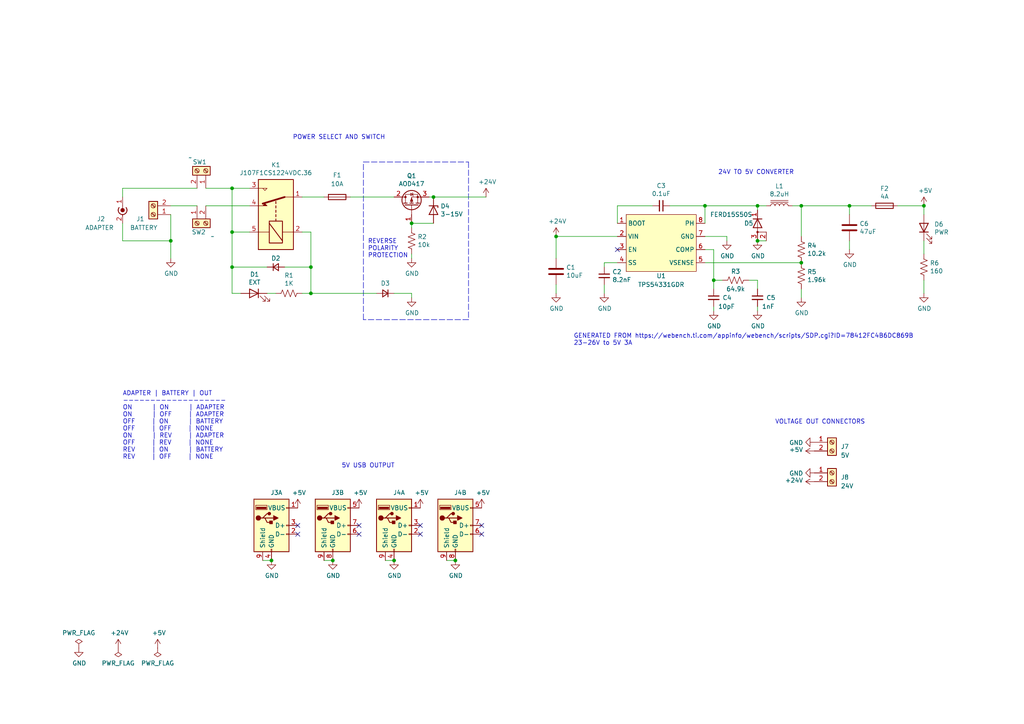
<source format=kicad_sch>
(kicad_sch (version 20211123) (generator eeschema)
  (paper "A4")
  (lib_symbols
    (symbol "Connector:Conn_Coaxial_Power" (pin_names (offset 1.016) hide)
      (property "Reference" "J" (at -5.08 -1.27 90))
      (property "Value" "Connector_Conn_Coaxial_Power" (at -3.175 -1.27 90))
      (symbol "Conn_Coaxial_Power_0_1"
        (arc (start -1.27 -1.27) (mid 0 -2.54) (end 1.27 -1.27) (stroke (width 0.254)))
        (arc (start -1.016 -0.508) (mid -1.2048 -0.8684) (end -1.27 -1.27) (stroke (width 0.254)))
        (circle (center 0 -1.27) (radius 0.508) (stroke (width 0.2032)) (fill (type outline)))
        (polyline (pts (xy 0 -2.54) (xy 0 -3.048)))
        (polyline (pts (xy 0 0) (xy 0 -1.27)))
        (arc (start 1.27 -1.27) (mid 1.2048 -0.8684) (end 1.016 -0.508) (stroke (width 0.254)))
      )
      (symbol "Conn_Coaxial_Power_1_1"
        (pin passive line (at 0 2.54 270) (length 2.54) (name "In") (number "1"))
        (pin passive line (at 0 -5.08 90) (length 2.54) (name "Ext") (number "2"))
      )
    )
    (symbol "Connector:Screw_Terminal_01x02" (pin_names (offset 1.016) hide)
      (property "Reference" "J" (at 0 2.54 0))
      (property "Value" "Connector_Screw_Terminal_01x02" (at 0 -5.08 0))
      (symbol "Screw_Terminal_01x02_1_1"
        (rectangle (start -1.27 1.27) (end 1.27 -3.81) (stroke (width 0.254)) (fill (type background)))
        (circle (center 0 -2.54) (radius 0.635) (stroke (width 0.1524)))
        (polyline (pts (xy -0.5334 -2.2098) (xy 0.3302 -3.048)) (stroke (width 0.1524)))
        (polyline (pts (xy -0.5334 0.3302) (xy 0.3302 -0.508)) (stroke (width 0.1524)))
        (polyline (pts (xy -0.3556 -2.032) (xy 0.508 -2.8702)) (stroke (width 0.1524)))
        (polyline (pts (xy -0.3556 0.508) (xy 0.508 -0.3302)) (stroke (width 0.1524)))
        (circle (center 0 0) (radius 0.635) (stroke (width 0.1524)))
        (pin passive line (at -5.08 0 0) (length 3.81) (name "Pin_1") (number "1"))
        (pin passive line (at -5.08 -2.54 0) (length 3.81) (name "Pin_2") (number "2"))
      )
    )
    (symbol "Device:C" (pin_numbers hide) (pin_names (offset 0.254))
      (property "Reference" "C" (at 0.635 2.54 0))
      (property "Value" "Device_C" (at 0.635 -2.54 0))
      (symbol "C_0_1"
        (polyline (pts (xy -2.032 -0.762) (xy 2.032 -0.762)) (stroke (width 0.508)))
        (polyline (pts (xy -2.032 0.762) (xy 2.032 0.762)) (stroke (width 0.508)))
      )
      (symbol "C_1_1"
        (pin passive line (at 0 3.81 270) (length 2.794) (name "~") (number "1"))
        (pin passive line (at 0 -3.81 90) (length 2.794) (name "~") (number "2"))
      )
    )
    (symbol "Device:C_Small" (pin_numbers hide) (pin_names (offset 0.254) hide)
      (property "Reference" "C" (at 0.254 1.778 0))
      (property "Value" "Device_C_Small" (at 0.254 -2.032 0))
      (symbol "C_Small_0_1"
        (polyline (pts (xy -1.524 -0.508) (xy 1.524 -0.508)) (stroke (width 0.3302)))
        (polyline (pts (xy -1.524 0.508) (xy 1.524 0.508)) (stroke (width 0.3048)))
      )
      (symbol "C_Small_1_1"
        (pin passive line (at 0 2.54 270) (length 2.032) (name "~") (number "1"))
        (pin passive line (at 0 -2.54 90) (length 2.032) (name "~") (number "2"))
      )
    )
    (symbol "Device:D_KAA" (pin_names (offset 0) hide)
      (property "Reference" "D" (at 0 2.54 0))
      (property "Value" "Device_D_KAA" (at 0 -2.54 0))
      (symbol "D_KAA_0_1"
        (polyline (pts (xy -1.27 1.27) (xy -1.27 -1.27)) (stroke (width 0.254)))
        (polyline (pts (xy 1.27 1.27) (xy 1.27 -1.27) (xy -1.27 0) (xy 1.27 1.27)) (stroke (width 0.254)))
        (polyline (pts (xy 3.81 2.54) (xy 2.54 2.54) (xy 2.54 0) (xy -1.27 0)))
        (circle (center 2.54 0) (radius 0.254) (fill (type outline)))
      )
      (symbol "D_KAA_1_1"
        (pin passive line (at -3.81 0 0) (length 2.54) (name "K") (number "1"))
        (pin input line (at 5.08 2.54 180) (length 2.54) (name "A") (number "2"))
        (pin passive line (at 5.08 0 180) (length 2.54) (name "A") (number "3"))
      )
    )
    (symbol "Device:D_Small" (pin_numbers hide) (pin_names (offset 0.254) hide)
      (property "Reference" "D" (at -1.27 2.032 0))
      (property "Value" "Device_D_Small" (at -3.81 -2.032 0))
      (symbol "D_Small_0_1"
        (polyline (pts (xy -0.762 -1.016) (xy -0.762 1.016)) (stroke (width 0.254)))
        (polyline (pts (xy -0.762 0) (xy 0.762 0)))
        (polyline (pts (xy 0.762 -1.016) (xy -0.762 0) (xy 0.762 1.016) (xy 0.762 -1.016)) (stroke (width 0.254)))
      )
      (symbol "D_Small_1_1"
        (pin passive line (at -2.54 0 0) (length 1.778) (name "K") (number "1"))
        (pin passive line (at 2.54 0 180) (length 1.778) (name "A") (number "2"))
      )
    )
    (symbol "Device:D_Zener" (pin_numbers hide) (pin_names (offset 1.016) hide)
      (property "Reference" "D" (at 0 2.54 0))
      (property "Value" "Device_D_Zener" (at 0 -2.54 0))
      (symbol "D_Zener_0_1"
        (polyline (pts (xy 1.27 0) (xy -1.27 0)))
        (polyline (pts (xy -1.27 -1.27) (xy -1.27 1.27) (xy -0.762 1.27)) (stroke (width 0.254)))
        (polyline (pts (xy 1.27 -1.27) (xy 1.27 1.27) (xy -1.27 0) (xy 1.27 -1.27)) (stroke (width 0.254)))
      )
      (symbol "D_Zener_1_1"
        (pin passive line (at -3.81 0 0) (length 2.54) (name "K") (number "1"))
        (pin passive line (at 3.81 0 180) (length 2.54) (name "A") (number "2"))
      )
    )
    (symbol "Device:Fuse" (pin_numbers hide) (pin_names (offset 0))
      (property "Reference" "F" (at 2.032 0 90))
      (property "Value" "Device_Fuse" (at -1.905 0 90))
      (symbol "Fuse_0_1"
        (rectangle (start -0.762 -2.54) (end 0.762 2.54) (stroke (width 0.254)))
        (polyline (pts (xy 0 2.54) (xy 0 -2.54)))
      )
      (symbol "Fuse_1_1"
        (pin passive line (at 0 3.81 270) (length 1.27) (name "~") (number "1"))
        (pin passive line (at 0 -3.81 90) (length 1.27) (name "~") (number "2"))
      )
    )
    (symbol "Device:LED" (pin_numbers hide) (pin_names (offset 1.016) hide)
      (property "Reference" "D" (at 0 2.54 0))
      (property "Value" "Device_LED" (at 0 -2.54 0))
      (symbol "LED_0_1"
        (polyline (pts (xy -1.27 -1.27) (xy -1.27 1.27)) (stroke (width 0.254)))
        (polyline (pts (xy -1.27 0) (xy 1.27 0)))
        (polyline (pts (xy 1.27 -1.27) (xy 1.27 1.27) (xy -1.27 0) (xy 1.27 -1.27)) (stroke (width 0.254)))
        (polyline (pts (xy -3.048 -0.762) (xy -4.572 -2.286) (xy -3.81 -2.286) (xy -4.572 -2.286) (xy -4.572 -1.524)))
        (polyline (pts (xy -1.778 -0.762) (xy -3.302 -2.286) (xy -2.54 -2.286) (xy -3.302 -2.286) (xy -3.302 -1.524)))
      )
      (symbol "LED_1_1"
        (pin passive line (at -3.81 0 0) (length 2.54) (name "K") (number "1"))
        (pin passive line (at 3.81 0 180) (length 2.54) (name "A") (number "2"))
      )
    )
    (symbol "Device:L_Core_Iron" (pin_numbers hide) (pin_names (offset 1.016) hide)
      (property "Reference" "L" (at -1.27 0 90))
      (property "Value" "Device_L_Core_Iron" (at 2.794 0 90))
      (symbol "L_Core_Iron_0_1"
        (arc (start 0 -2.54) (mid 0.635 -1.905) (end 0 -1.27))
        (arc (start 0 -1.27) (mid 0.635 -0.635) (end 0 0))
        (polyline (pts (xy 1.016 2.54) (xy 1.016 -2.54)))
        (polyline (pts (xy 1.524 -2.54) (xy 1.524 2.54)))
        (arc (start 0 0) (mid 0.635 0.635) (end 0 1.27))
        (arc (start 0 1.27) (mid 0.635 1.905) (end 0 2.54))
      )
      (symbol "L_Core_Iron_1_1"
        (pin passive line (at 0 3.81 270) (length 1.27) (name "1") (number "1"))
        (pin passive line (at 0 -3.81 90) (length 1.27) (name "2") (number "2"))
      )
    )
    (symbol "Device:R_US" (pin_numbers hide) (pin_names (offset 0))
      (property "Reference" "R" (at 2.54 0 90))
      (property "Value" "Device_R_US" (at -2.54 0 90))
      (symbol "R_US_0_1"
        (polyline (pts (xy 0 -2.286) (xy 0 -2.54)))
        (polyline (pts (xy 0 2.286) (xy 0 2.54)))
        (polyline (pts (xy 0 -0.762) (xy 1.016 -1.143) (xy 0 -1.524) (xy -1.016 -1.905) (xy 0 -2.286)))
        (polyline (pts (xy 0 0.762) (xy 1.016 0.381) (xy 0 0) (xy -1.016 -0.381) (xy 0 -0.762)))
        (polyline (pts (xy 0 2.286) (xy 1.016 1.905) (xy 0 1.524) (xy -1.016 1.143) (xy 0 0.762)))
      )
      (symbol "R_US_1_1"
        (pin passive line (at 0 3.81 270) (length 1.27) (name "~") (number "1"))
        (pin passive line (at 0 -3.81 90) (length 1.27) (name "~") (number "2"))
      )
    )
    (symbol "Relay:G5LE-1"
      (property "Reference" "K" (at 11.43 3.81 0))
      (property "Value" "Relay_G5LE-1" (at 11.43 1.27 0))
      (symbol "G5LE-1_0_0"
        (polyline (pts (xy 7.62 5.08) (xy 7.62 2.54) (xy 6.985 3.175) (xy 7.62 3.81)))
      )
      (symbol "G5LE-1_0_1"
        (rectangle (start -10.16 5.08) (end 10.16 -5.08) (stroke (width 0.254)) (fill (type background)))
        (rectangle (start -8.255 1.905) (end -1.905 -1.905) (stroke (width 0.254)))
        (polyline (pts (xy -7.62 -1.905) (xy -2.54 1.905)) (stroke (width 0.254)))
        (polyline (pts (xy -5.08 -5.08) (xy -5.08 -1.905)))
        (polyline (pts (xy -5.08 5.08) (xy -5.08 1.905)))
        (polyline (pts (xy -1.905 0) (xy -1.27 0)) (stroke (width 0.254)))
        (polyline (pts (xy -0.635 0) (xy 0 0)) (stroke (width 0.254)))
        (polyline (pts (xy 0.635 0) (xy 1.27 0)) (stroke (width 0.254)))
        (polyline (pts (xy 1.905 0) (xy 2.54 0)) (stroke (width 0.254)))
        (polyline (pts (xy 3.175 0) (xy 3.81 0)) (stroke (width 0.254)))
        (polyline (pts (xy 5.08 -2.54) (xy 3.175 3.81)) (stroke (width 0.508)))
        (polyline (pts (xy 5.08 -2.54) (xy 5.08 -5.08)))
        (polyline (pts (xy 2.54 5.08) (xy 2.54 2.54) (xy 3.175 3.175) (xy 2.54 3.81)) (fill (type outline)))
      )
      (symbol "G5LE-1_1_1"
        (pin passive line (at 5.08 -7.62 90) (length 2.54) (name "~") (number "1"))
        (pin passive line (at -5.08 -7.62 90) (length 2.54) (name "~") (number "2"))
        (pin passive line (at 7.62 7.62 270) (length 2.54) (name "~") (number "3"))
        (pin passive line (at 2.54 7.62 270) (length 2.54) (name "~") (number "4"))
        (pin passive line (at -5.08 7.62 270) (length 2.54) (name "~") (number "5"))
      )
    )
    (symbol "Transistor_FET:QM6015D" (pin_names hide)
      (property "Reference" "Q" (at 5.08 1.905 0))
      (property "Value" "Transistor_FET_QM6015D" (at 5.08 0 0))
      (symbol "QM6015D_0_1"
        (polyline (pts (xy 0.254 0) (xy -2.54 0)))
        (polyline (pts (xy 0.254 1.905) (xy 0.254 -1.905)) (stroke (width 0.254)))
        (polyline (pts (xy 0.762 -1.27) (xy 0.762 -2.286)) (stroke (width 0.254)))
        (polyline (pts (xy 0.762 0.508) (xy 0.762 -0.508)) (stroke (width 0.254)))
        (polyline (pts (xy 0.762 2.286) (xy 0.762 1.27)) (stroke (width 0.254)))
        (polyline (pts (xy 2.54 2.54) (xy 2.54 1.778)))
        (polyline (pts (xy 2.54 -2.54) (xy 2.54 0) (xy 0.762 0)))
        (polyline (pts (xy 0.762 1.778) (xy 3.302 1.778) (xy 3.302 -1.778) (xy 0.762 -1.778)))
        (polyline (pts (xy 2.286 0) (xy 1.27 0.381) (xy 1.27 -0.381) (xy 2.286 0)) (fill (type outline)))
        (polyline (pts (xy 2.794 -0.508) (xy 2.921 -0.381) (xy 3.683 -0.381) (xy 3.81 -0.254)))
        (polyline (pts (xy 3.302 -0.381) (xy 2.921 0.254) (xy 3.683 0.254) (xy 3.302 -0.381)))
        (circle (center 1.651 0) (radius 2.794) (stroke (width 0.254)))
        (circle (center 2.54 -1.778) (radius 0.254) (fill (type outline)))
        (circle (center 2.54 1.778) (radius 0.254) (fill (type outline)))
      )
      (symbol "QM6015D_1_1"
        (pin passive line (at -5.08 0 0) (length 2.54) (name "G") (number "1"))
        (pin passive line (at 2.54 5.08 270) (length 2.54) (name "D") (number "2"))
        (pin passive line (at 2.54 -5.08 90) (length 2.54) (name "S") (number "3"))
      )
    )
    (symbol "power:+24V" (power) (pin_names (offset 0))
      (property "Value" "power_+24V" (at 0 3.556 0))
      (symbol "+24V_0_1"
        (polyline (pts (xy -0.762 1.27) (xy 0 2.54)))
        (polyline (pts (xy 0 0) (xy 0 2.54)))
        (polyline (pts (xy 0 2.54) (xy 0.762 1.27)))
      )
      (symbol "+24V_1_1"
        (pin power_in line (at 0 0 90) (length 0) hide (name "+24V") (number "1"))
      )
    )
    (symbol "power:+5V" (power) (pin_names (offset 0))
      (property "Value" "power_+5V" (at 0 3.556 0))
      (symbol "+5V_0_1"
        (polyline (pts (xy -0.762 1.27) (xy 0 2.54)))
        (polyline (pts (xy 0 0) (xy 0 2.54)))
        (polyline (pts (xy 0 2.54) (xy 0.762 1.27)))
      )
      (symbol "+5V_1_1"
        (pin power_in line (at 0 0 90) (length 0) hide (name "+5V") (number "1"))
      )
    )
    (symbol "power:GND" (power) (pin_names (offset 0))
      (property "Value" "power_GND" (at 0 -3.81 0))
      (symbol "GND_0_1"
        (polyline (pts (xy 0 0) (xy 0 -1.27) (xy 1.27 -1.27) (xy 0 -2.54) (xy -1.27 -1.27) (xy 0 -1.27)))
      )
      (symbol "GND_1_1"
        (pin power_in line (at 0 0 270) (length 0) hide (name "GND") (number "1"))
      )
    )
    (symbol "power:PWR_FLAG" (power) (pin_numbers hide) (pin_names (offset 0) hide)
      (property "Value" "power_PWR_FLAG" (at 0 3.81 0))
      (symbol "PWR_FLAG_0_0"
        (pin power_out line (at 0 0 90) (length 0) (name "pwr") (number "1"))
      )
      (symbol "PWR_FLAG_0_1"
        (polyline (pts (xy 0 0) (xy 0 1.27) (xy -1.016 1.905) (xy 0 2.54) (xy 1.016 1.905) (xy 0 1.27)))
      )
    )
    (symbol "powerbox:TPS54331GDR"
      (property "Reference" "U" (at -8.89 8.89 0))
      (property "Value" "TPS54331GDR" (at 1.27 10.16 0))
      (symbol "TPS54331GDR_0_1"
        (rectangle (start -10.16 7.62) (end 10.16 -8.89) (fill (type background)))
      )
      (symbol "TPS54331GDR_1_1"
        (pin output line (at -12.7 5.08 0) (length 2.54) (name "BOOT") (number "1"))
        (pin power_in line (at -12.7 1.27 0) (length 2.54) (name "VIN") (number "2"))
        (pin input line (at -12.7 -2.54 0) (length 2.54) (name "EN") (number "3"))
        (pin output line (at -12.7 -6.35 0) (length 2.54) (name "SS") (number "4"))
        (pin input line (at 12.7 -6.35 180) (length 2.54) (name "VSENSE") (number "5"))
        (pin output line (at 12.7 -2.54 180) (length 2.54) (name "COMP") (number "6"))
        (pin power_in line (at 12.7 1.27 180) (length 2.54) (name "GND") (number "7"))
        (pin output line (at 12.7 5.08 180) (length 2.54) (name "PH") (number "8"))
      )
    )
    (symbol "powerbox:USB_STACKED" (pin_names (offset 1.016))
      (property "Reference" "J" (at 0 0 0))
      (property "Value" "USB_STACKED" (at 0 0 0))
      (symbol "USB_STACKED_1_1"
        (rectangle (start -5.08 -17.78) (end 5.08 -2.54) (stroke (width 0.254)) (fill (type background)))
        (circle (center -3.81 -8.001) (radius 0.635) (stroke (width 0.254)) (fill (type outline)))
        (rectangle (start -1.524 -5.334) (end -4.318 -4.826) (fill (type outline)))
        (rectangle (start -1.27 -5.588) (end -4.572 -4.318))
        (circle (center -0.635 -6.731) (radius 0.381) (stroke (width 0.254)) (fill (type outline)))
        (rectangle (start -0.127 -17.78) (end 0.127 -17.018))
        (polyline (pts (xy -1.905 -8.001) (xy 0.635 -8.001)) (stroke (width 0.254)))
        (polyline (pts (xy -3.175 -8.001) (xy -2.54 -8.001) (xy -1.27 -6.731) (xy -0.635 -6.731)) (stroke (width 0.254)))
        (polyline (pts (xy -2.54 -8.001) (xy -1.905 -8.001) (xy -1.27 -9.271) (xy 0 -9.271)) (stroke (width 0.254)))
        (polyline (pts (xy 0.635 -7.366) (xy 0.635 -8.636) (xy 1.905 -8.001) (xy 0.635 -7.366)) (stroke (width 0.254)) (fill (type outline)))
        (rectangle (start 0.254 -8.89) (end -0.508 -9.652) (stroke (width 0.254)) (fill (type outline)))
        (rectangle (start 5.08 -12.827) (end 4.318 -12.573))
        (rectangle (start 5.08 -10.287) (end 4.318 -10.033))
        (rectangle (start 5.08 -5.207) (end 4.318 -4.953))
        (pin power_in line (at 7.62 -5.08 180) (length 2.54) (name "VBUS") (number "1"))
        (pin bidirectional line (at 7.62 -12.7 180) (length 2.54) (name "D-") (number "2"))
        (pin bidirectional line (at 7.62 -10.16 180) (length 2.54) (name "D+") (number "3"))
        (pin power_in line (at 0 -20.32 90) (length 2.54) (name "GND") (number "4"))
        (pin passive line (at -2.54 -20.32 90) (length 2.54) (name "Shield") (number "9"))
      )
      (symbol "USB_STACKED_2_1"
        (rectangle (start -5.08 -17.78) (end 5.08 -2.54) (stroke (width 0.254)) (fill (type background)))
        (circle (center -3.81 -8.001) (radius 0.635) (stroke (width 0.254)) (fill (type outline)))
        (rectangle (start -1.524 -5.334) (end -4.318 -4.826) (fill (type outline)))
        (rectangle (start -1.27 -5.588) (end -4.572 -4.318))
        (circle (center -0.635 -6.731) (radius 0.381) (stroke (width 0.254)) (fill (type outline)))
        (rectangle (start -0.127 -17.78) (end 0.127 -17.018))
        (polyline (pts (xy -1.905 -8.001) (xy 0.635 -8.001)) (stroke (width 0.254)))
        (polyline (pts (xy -3.175 -8.001) (xy -2.54 -8.001) (xy -1.27 -6.731) (xy -0.635 -6.731)) (stroke (width 0.254)))
        (polyline (pts (xy -2.54 -8.001) (xy -1.905 -8.001) (xy -1.27 -9.271) (xy 0 -9.271)) (stroke (width 0.254)))
        (polyline (pts (xy 0.635 -7.366) (xy 0.635 -8.636) (xy 1.905 -8.001) (xy 0.635 -7.366)) (stroke (width 0.254)) (fill (type outline)))
        (rectangle (start 0.254 -8.89) (end -0.508 -9.652) (stroke (width 0.254)) (fill (type outline)))
        (rectangle (start 5.08 -12.827) (end 4.318 -12.573))
        (rectangle (start 5.08 -10.287) (end 4.318 -10.033))
        (rectangle (start 5.08 -5.207) (end 4.318 -4.953))
        (pin power_in line (at 7.62 -5.08 180) (length 2.54) (name "VBUS") (number "5"))
        (pin bidirectional line (at 7.62 -12.7 180) (length 2.54) (name "D-") (number "6"))
        (pin bidirectional line (at 7.62 -10.16 180) (length 2.54) (name "D+") (number "7"))
        (pin power_in line (at 0 -20.32 90) (length 2.54) (name "GND") (number "8"))
        (pin passive line (at -2.54 -20.32 90) (length 2.54) (name "Shield") (number "9"))
      )
    )
  )
  (junction (at 204.47 59.69))
  (junction (at 114.3 162.56))
  (junction (at 161.29 68.58))
  (junction (at 78.74 162.56))
  (junction (at 246.38 59.69))
  (junction (at 67.31 54.61))
  (junction (at 119.38 64.77))
  (junction (at 207.01 81.28))
  (junction (at 232.41 76.2))
  (junction (at 232.41 59.69))
  (junction (at 96.52 162.56))
  (junction (at 125.73 57.15))
  (junction (at 219.71 69.85))
  (junction (at 49.53 69.85))
  (junction (at 90.17 77.47))
  (junction (at 132.08 162.56))
  (junction (at 90.17 85.09))
  (junction (at 219.71 59.69))
  (junction (at 267.97 59.69))
  (junction (at 67.31 67.31))
  (junction (at 67.31 77.47))
  (no_connect (at 121.92 152.4))
  (no_connect (at 104.14 152.4))
  (no_connect (at 139.7 152.4))
  (no_connect (at 121.92 154.94))
  (no_connect (at 86.36 152.4))
  (no_connect (at 104.14 154.94))
  (no_connect (at 139.7 154.94))
  (no_connect (at 179.07 72.39))
  (no_connect (at 86.36 154.94))
  (wire (pts (xy 77.47 85.09) (xy 80.01 85.09)))
  (wire (pts (xy 119.38 74.93) (xy 119.38 73.66)))
  (wire (pts (xy 246.38 69.85) (xy 246.38 72.39)))
  (wire (pts (xy 267.97 62.23) (xy 267.97 59.69)))
  (wire (pts (xy 67.31 77.47) (xy 67.31 85.09)))
  (polyline (pts (xy 135.89 92.71) (xy 105.41 92.71)))
  (wire (pts (xy 189.23 59.69) (xy 179.07 59.69)))
  (wire (pts (xy 93.98 162.56) (xy 96.52 162.56)))
  (wire (pts (xy 87.63 57.15) (xy 93.98 57.15)))
  (wire (pts (xy 219.71 59.69) (xy 222.25 59.69)))
  (wire (pts (xy 76.2 162.56) (xy 78.74 162.56)))
  (wire (pts (xy 35.56 54.61) (xy 57.15 54.61)))
  (wire (pts (xy 90.17 77.47) (xy 90.17 67.31)))
  (wire (pts (xy 119.38 86.36) (xy 119.38 85.09)))
  (wire (pts (xy 67.31 85.09) (xy 69.85 85.09)))
  (wire (pts (xy 35.56 69.85) (xy 35.56 64.77)))
  (wire (pts (xy 125.73 64.77) (xy 119.38 64.77)))
  (wire (pts (xy 124.46 57.15) (xy 125.73 57.15)))
  (wire (pts (xy 204.47 59.69) (xy 204.47 64.77)))
  (wire (pts (xy 90.17 67.31) (xy 87.63 67.31)))
  (wire (pts (xy 111.76 162.56) (xy 114.3 162.56)))
  (wire (pts (xy 232.41 83.82) (xy 232.41 86.36)))
  (wire (pts (xy 219.71 81.28) (xy 219.71 83.82)))
  (wire (pts (xy 217.17 81.28) (xy 219.71 81.28)))
  (wire (pts (xy 87.63 85.09) (xy 90.17 85.09)))
  (polyline (pts (xy 105.41 46.99) (xy 135.89 46.99)))
  (wire (pts (xy 175.26 76.2) (xy 179.07 76.2)))
  (wire (pts (xy 82.55 77.47) (xy 90.17 77.47)))
  (wire (pts (xy 67.31 77.47) (xy 77.47 77.47)))
  (wire (pts (xy 204.47 68.58) (xy 210.82 68.58)))
  (wire (pts (xy 210.82 68.58) (xy 210.82 69.85)))
  (wire (pts (xy 90.17 85.09) (xy 90.17 77.47)))
  (wire (pts (xy 246.38 59.69) (xy 246.38 62.23)))
  (wire (pts (xy 222.25 69.85) (xy 219.71 69.85)))
  (wire (pts (xy 219.71 60.96) (xy 219.71 59.69)))
  (wire (pts (xy 232.41 68.58) (xy 232.41 59.69)))
  (wire (pts (xy 161.29 85.09) (xy 161.29 82.55)))
  (wire (pts (xy 204.47 72.39) (xy 207.01 72.39)))
  (wire (pts (xy 207.01 83.82) (xy 207.01 81.28)))
  (wire (pts (xy 232.41 59.69) (xy 246.38 59.69)))
  (wire (pts (xy 179.07 59.69) (xy 179.07 64.77)))
  (wire (pts (xy 49.53 62.23) (xy 49.53 69.85)))
  (wire (pts (xy 175.26 85.09) (xy 175.26 82.55)))
  (wire (pts (xy 67.31 54.61) (xy 72.39 54.61)))
  (wire (pts (xy 72.39 67.31) (xy 67.31 67.31)))
  (wire (pts (xy 175.26 77.47) (xy 175.26 76.2)))
  (wire (pts (xy 161.29 68.58) (xy 161.29 74.93)))
  (wire (pts (xy 207.01 81.28) (xy 209.55 81.28)))
  (wire (pts (xy 194.31 59.69) (xy 204.47 59.69)))
  (wire (pts (xy 67.31 67.31) (xy 67.31 77.47)))
  (wire (pts (xy 207.01 88.9) (xy 207.01 90.17)))
  (wire (pts (xy 35.56 54.61) (xy 35.56 57.15)))
  (wire (pts (xy 267.97 59.69) (xy 260.35 59.69)))
  (wire (pts (xy 119.38 66.04) (xy 119.38 64.77)))
  (wire (pts (xy 229.87 59.69) (xy 232.41 59.69)))
  (wire (pts (xy 252.73 59.69) (xy 246.38 59.69)))
  (wire (pts (xy 204.47 76.2) (xy 232.41 76.2)))
  (wire (pts (xy 267.97 81.28) (xy 267.97 85.09)))
  (wire (pts (xy 207.01 72.39) (xy 207.01 81.28)))
  (wire (pts (xy 129.54 162.56) (xy 132.08 162.56)))
  (wire (pts (xy 125.73 57.15) (xy 140.97 57.15)))
  (polyline (pts (xy 105.41 92.71) (xy 105.41 46.99)))
  (wire (pts (xy 49.53 59.69) (xy 57.15 59.69)))
  (wire (pts (xy 59.69 54.61) (xy 67.31 54.61)))
  (wire (pts (xy 179.07 68.58) (xy 161.29 68.58)))
  (wire (pts (xy 35.56 69.85) (xy 49.53 69.85)))
  (wire (pts (xy 59.69 59.69) (xy 72.39 59.69)))
  (wire (pts (xy 67.31 67.31) (xy 67.31 54.61)))
  (wire (pts (xy 49.53 69.85) (xy 49.53 74.93)))
  (wire (pts (xy 204.47 59.69) (xy 219.71 59.69)))
  (polyline (pts (xy 135.89 46.99) (xy 135.89 92.71)))
  (wire (pts (xy 101.6 57.15) (xy 114.3 57.15)))
  (wire (pts (xy 114.3 85.09) (xy 119.38 85.09)))
  (wire (pts (xy 267.97 69.85) (xy 267.97 73.66)))
  (wire (pts (xy 219.71 90.17) (xy 219.71 88.9)))
  (wire (pts (xy 90.17 85.09) (xy 109.22 85.09)))
  (text "24V TO 5V CONVERTER\n" (at 208.28 50.8 0) (effects (font (size 1.27 1.27)) (justify left bottom)))
  (text "POWER SELECT AND SWITCH" (at 111.76 40.64 180) (effects (font (size 1.27 1.27)) (justify right bottom)))
  (text "5V USB OUTPUT\n" (at 99.06 135.89 0) (effects (font (size 1.27 1.27)) (justify left bottom)))
  (text "VOLTAGE OUT CONNECTORS" (at 224.79 123.19 0) (effects (font (size 1.27 1.27)) (justify left bottom)))
  (text "GENERATED FROM https://webench.ti.com/appinfo/webench/scripts/SDP.cgi?ID=78412FC4B6DC869B\n23-26V to 5V 3A" (at 166.37 100.33 0) (effects (font (size 1.27 1.27)) (justify left bottom)))
  (text "REVERSE\nPOLARITY\nPROTECTION\n" (at 106.68 74.93 0) (effects (font (size 1.27 1.27)) (justify left bottom)))
  (text "ADAPTER | BATTERY | OUT\n-------------------\nON      | ON      | ADAPTER\nON      | OFF     | ADAPTER\nOFF     | ON      | BATTERY\nOFF     | OFF     | NONE\nON      | REV     | ADAPTER\nOFF     | REV     | NONE\nREV     | ON      | BATTERY\nREV     | OFF     | NONE\n" (at 35.56 133.35 0) (effects (font (size 1.27 1.27)) (justify left bottom)))
  (symbol (lib_id "Connector:Screw_Terminal_01x02") (at 44.45 62.23 180) (unit 1)
    (property "Reference" "J1" (at 41.91 63.5 0) (effects (justify left)))
    (property "Value" "BATTERY" (at 45.72 66.04 0) (effects (justify left)))
    (property "Footprint" "powerbox:BarrierBlock_ED2945-ND" (effects hide))
    (property "Datasheet" "https://media.digikey.com/pdf/Data%20Sheets/Phoenix%20Contact%20PDFs/1729128.pdf" (effects hide))
  )
  (symbol (lib_id "Connector:Conn_Coaxial_Power") (at 35.56 59.69 0) (mirror y) (unit 1)
    (property "Reference" "J2" (at 30.48 63.5 0) (effects (justify left)))
    (property "Value" "ADAPTER" (at 33.02 66.04 0) (effects (justify left)))
    (property "Footprint" "powerbox:TENSILITY_54-00167" (effects hide))
  )
  (symbol (lib_id "power:+5V") (at 86.36 147.32 0) (unit 1)
    (property "Reference" "#PWR06" (effects hide))
    (property "Value" "+5V" (at 86.741 142.9258 0))
  )
  (symbol (lib_id "power:GND") (at 78.74 162.56 0) (unit 1)
    (property "Reference" "#PWR05" (effects hide))
    (property "Value" "GND" (at 78.867 166.9542 0))
  )
  (symbol (lib_id "power:GND") (at 22.86 187.96 0) (unit 1)
    (property "Reference" "#PWR01" (effects hide))
    (property "Value" "GND" (at 22.987 192.3542 0))
  )
  (symbol (lib_id "power:PWR_FLAG") (at 22.86 187.96 0) (unit 1)
    (property "Reference" "#FLG01" (effects hide))
    (property "Value" "PWR_FLAG" (at 22.86 183.5658 0))
  )
  (symbol (lib_id "power:GND") (at 236.22 137.16 270) (unit 1)
    (property "Reference" "#PWR026" (effects hide))
    (property "Value" "GND" (at 232.9688 137.287 90) (effects (justify right)))
  )
  (symbol (lib_id "power:+24V") (at 236.22 139.7 90) (unit 1)
    (property "Reference" "#PWR025" (effects hide))
    (property "Value" "+24V" (at 232.9688 139.319 90) (effects (justify left)))
  )
  (symbol (lib_id "power:+5V") (at 236.22 130.81 90) (unit 1)
    (property "Reference" "#PWR023" (effects hide))
    (property "Value" "+5V" (at 232.9688 130.429 90) (effects (justify left)))
  )
  (symbol (lib_id "powerbox:TPS54331GDR") (at 191.77 69.85 0) (unit 1)
    (property "Reference" "U1" (at 191.77 80.01 0))
    (property "Value" "TPS54331GDR" (at 191.77 82.55 0))
    (property "Footprint" "Package_SO:TI_SO-PowerPAD-8_ThermalVias" (effects hide))
    (property "Datasheet" "https://www.ti.com/lit/ds/symlink/tps54331.pdf" (effects hide))
  )
  (symbol (lib_id "Device:C") (at 246.38 66.04 0) (unit 1)
    (property "Reference" "C6" (at 249.301 64.8716 0) (effects (justify left)))
    (property "Value" "47uF" (at 249.301 67.183 0) (effects (justify left)))
    (property "Footprint" "Capacitor_SMD:C_0805_2012Metric_Pad1.18x1.45mm_HandSolder" (effects hide))
  )
  (symbol (lib_id "Device:C") (at 161.29 78.74 0) (unit 1)
    (property "Reference" "C1" (at 164.211 77.5716 0) (effects (justify left)))
    (property "Value" "10uF" (at 164.211 79.883 0) (effects (justify left)))
    (property "Footprint" "Capacitor_SMD:C_0805_2012Metric_Pad1.18x1.45mm_HandSolder" (effects hide))
  )
  (symbol (lib_id "Device:R_US") (at 232.41 72.39 0) (unit 1)
    (property "Reference" "R4" (at 234.1372 71.2216 0) (effects (justify left)))
    (property "Value" "10.2k" (at 234.1372 73.533 0) (effects (justify left)))
    (property "Footprint" "Resistor_SMD:R_0805_2012Metric_Pad1.20x1.40mm_HandSolder" (effects hide))
  )
  (symbol (lib_id "Device:R_US") (at 232.41 80.01 0) (unit 1)
    (property "Reference" "R5" (at 234.1372 78.8416 0) (effects (justify left)))
    (property "Value" "1.96k" (at 234.1372 81.153 0) (effects (justify left)))
    (property "Footprint" "Resistor_SMD:R_0805_2012Metric_Pad1.20x1.40mm_HandSolder" (effects hide))
  )
  (symbol (lib_id "Device:R_US") (at 213.36 81.28 270) (unit 1)
    (property "Reference" "R3" (at 213.36 78.74 90))
    (property "Value" "64.9k" (at 213.36 83.82 90))
    (property "Footprint" "Resistor_SMD:R_0805_2012Metric_Pad1.20x1.40mm_HandSolder" (effects hide))
  )
  (symbol (lib_id "Connector:Screw_Terminal_01x02") (at 241.3 128.27 0) (unit 1)
    (property "Reference" "J7" (at 243.84 129.54 0) (effects (justify left)))
    (property "Value" "5V" (at 243.84 132.08 0) (effects (justify left)))
    (property "Footprint" "powerbox:BarrierBlock_ED2945-ND" (effects hide))
    (property "Datasheet" "https://media.digikey.com/pdf/Data%20Sheets/On%20Shore%20PDFs/OSTYK412XX030.pdf" (effects hide))
  )
  (symbol (lib_id "Device:C_Small") (at 207.01 86.36 0) (unit 1)
    (property "Reference" "C4" (at 209.55 86.36 0) (effects (justify left)))
    (property "Value" "10pF" (at 208.28 88.9 0) (effects (justify left)))
    (property "Footprint" "Capacitor_SMD:C_0805_2012Metric_Pad1.18x1.45mm_HandSolder" (effects hide))
  )
  (symbol (lib_id "Device:C_Small") (at 219.71 86.36 0) (unit 1)
    (property "Reference" "C5" (at 222.25 86.36 0) (effects (justify left)))
    (property "Value" "1nF" (at 220.98 88.9 0) (effects (justify left)))
    (property "Footprint" "Capacitor_SMD:C_0805_2012Metric_Pad1.18x1.45mm_HandSolder" (effects hide))
  )
  (symbol (lib_id "Connector:Screw_Terminal_01x02") (at 241.3 137.16 0) (unit 1)
    (property "Reference" "J8" (at 243.84 138.43 0) (effects (justify left)))
    (property "Value" "24V" (at 243.84 140.97 0) (effects (justify left)))
    (property "Footprint" "powerbox:BarrierBlock_ED2945-ND" (effects hide))
    (property "Datasheet" "https://media.digikey.com/pdf/Data%20Sheets/On%20Shore%20PDFs/OSTYK412XX030.pdf" (effects hide))
  )
  (symbol (lib_id "power:GND") (at 207.01 90.17 0) (unit 1)
    (property "Reference" "#PWR019" (effects hide))
    (property "Value" "GND" (at 207.137 94.5642 0))
  )
  (symbol (lib_id "Device:Fuse") (at 97.79 57.15 90) (unit 1)
    (property "Reference" "F1" (at 97.79 50.8 90))
    (property "Value" "10A" (at 97.79 53.34 90))
    (property "Footprint" "powerbox:Fuseholder_36-3557-15-ND" (effects hide))
  )
  (symbol (lib_id "Device:C_Small") (at 175.26 80.01 0) (unit 1)
    (property "Reference" "C2" (at 177.5968 78.8416 0) (effects (justify left)))
    (property "Value" "8.2nF" (at 177.5968 81.153 0) (effects (justify left)))
    (property "Footprint" "Capacitor_SMD:C_0805_2012Metric_Pad1.18x1.45mm_HandSolder" (effects hide))
  )
  (symbol (lib_id "Transistor_FET:QM6015D") (at 119.38 59.69 90) (unit 1)
    (property "Reference" "Q1" (at 119.38 51.0032 90))
    (property "Value" "AOD417" (at 119.38 53.3146 90))
    (property "Footprint" "Package_TO_SOT_SMD:TO-252-2" (effects hide))
    (property "Datasheet" "http://aosmd.com/res/data_sheets/AOD417.pdf" (effects hide))
  )
  (symbol (lib_id "power:+24V") (at 161.29 68.58 0) (unit 1)
    (property "Reference" "#PWR016" (effects hide))
    (property "Value" "+24V" (at 161.671 64.1858 0))
  )
  (symbol (lib_id "Device:C_Small") (at 191.77 59.69 270) (unit 1)
    (property "Reference" "C3" (at 191.77 53.8734 90))
    (property "Value" "0.1uF" (at 191.77 56.1848 90))
    (property "Footprint" "Capacitor_SMD:C_0805_2012Metric_Pad1.18x1.45mm_HandSolder" (effects hide))
  )
  (symbol (lib_id "power:GND") (at 49.53 74.93 0) (unit 1)
    (property "Reference" "#PWR04" (effects hide))
    (property "Value" "GND" (at 49.657 79.3242 0))
  )
  (symbol (lib_id "Device:D_KAA") (at 219.71 64.77 270) (unit 1)
    (property "Reference" "D5" (at 217.17 64.77 90))
    (property "Value" "FERD15S50S" (at 212.09 62.23 90))
    (property "Footprint" "Package_TO_SOT_SMD:TO-252-2" (effects hide))
  )
  (symbol (lib_id "Device:LED") (at 267.97 66.04 90) (unit 1)
    (property "Reference" "D6" (at 270.9672 65.0494 90) (effects (justify right)))
    (property "Value" "PWR" (at 270.9672 67.3608 90) (effects (justify right)))
    (property "Footprint" "LED_SMD:LED_1206_3216Metric_Pad1.42x1.75mm_HandSolder" (effects hide))
  )
  (symbol (lib_id "Device:L_Core_Iron") (at 226.06 59.69 90) (unit 1)
    (property "Reference" "L1" (at 226.06 53.975 90))
    (property "Value" "8.2uH" (at 226.06 56.2864 90))
    (property "Footprint" "powerbox:IND_PA4343.103NLT" (effects hide))
  )
  (symbol (lib_id "power:GND") (at 161.29 85.09 0) (unit 1)
    (property "Reference" "#PWR017" (effects hide))
    (property "Value" "GND" (at 161.417 89.4842 0))
  )
  (symbol (lib_id "power:GND") (at 175.26 85.09 0) (unit 1)
    (property "Reference" "#PWR018" (effects hide))
    (property "Value" "GND" (at 175.387 89.4842 0))
  )
  (symbol (lib_id "power:GND") (at 219.71 90.17 0) (unit 1)
    (property "Reference" "#PWR022" (effects hide))
    (property "Value" "GND" (at 219.837 94.5642 0))
  )
  (symbol (lib_id "power:GND") (at 232.41 86.36 0) (unit 1)
    (property "Reference" "#PWR027" (effects hide))
    (property "Value" "GND" (at 232.537 90.7542 0))
  )
  (symbol (lib_id "power:GND") (at 246.38 72.39 0) (unit 1)
    (property "Reference" "#PWR028" (effects hide))
    (property "Value" "GND" (at 246.507 76.7842 0))
  )
  (symbol (lib_id "power:GND") (at 267.97 85.09 0) (unit 1)
    (property "Reference" "#PWR030" (effects hide))
    (property "Value" "GND" (at 268.097 89.4842 0))
  )
  (symbol (lib_id "Device:R_US") (at 119.38 69.85 0) (unit 1)
    (property "Reference" "R2" (at 121.1072 68.6816 0) (effects (justify left)))
    (property "Value" "10k" (at 121.1072 70.993 0) (effects (justify left)))
    (property "Footprint" "Resistor_SMD:R_0805_2012Metric_Pad1.20x1.40mm_HandSolder" (effects hide))
  )
  (symbol (lib_id "power:GND") (at 119.38 74.93 0) (unit 1)
    (property "Reference" "#PWR08" (effects hide))
    (property "Value" "GND" (at 119.507 79.3242 0))
  )
  (symbol (lib_id "power:GND") (at 210.82 69.85 0) (unit 1)
    (property "Reference" "#PWR020" (effects hide))
    (property "Value" "GND" (at 210.947 74.2442 0))
  )
  (symbol (lib_id "power:GND") (at 219.71 69.85 0) (unit 1)
    (property "Reference" "#PWR021" (effects hide))
    (property "Value" "GND" (at 219.837 74.2442 0))
  )
  (symbol (lib_id "Device:R_US") (at 267.97 77.47 0) (unit 1)
    (property "Reference" "R6" (at 269.6972 76.3016 0) (effects (justify left)))
    (property "Value" "160" (at 269.6972 78.613 0) (effects (justify left)))
    (property "Footprint" "Resistor_SMD:R_0805_2012Metric_Pad1.20x1.40mm_HandSolder" (effects hide))
  )
  (symbol (lib_id "Device:D_Zener") (at 125.73 60.96 270) (unit 1)
    (property "Reference" "D4" (at 127.762 59.7916 90) (effects (justify left)))
    (property "Value" "3-15V" (at 127.762 62.103 90) (effects (justify left)))
    (property "Footprint" "Diode_SMD:D_SOD-123" (effects hide))
  )
  (symbol (lib_id "power:+5V") (at 267.97 59.69 0) (unit 1)
    (property "Reference" "#PWR029" (effects hide))
    (property "Value" "+5V" (at 268.351 55.2958 0))
  )
  (symbol (lib_id "power:GND") (at 119.38 86.36 0) (unit 1)
    (property "Reference" "#PWR0101" (effects hide))
    (property "Value" "GND" (at 119.507 90.7542 0))
  )
  (symbol (lib_id "power:+24V") (at 140.97 57.15 0) (unit 1)
    (property "Reference" "#PWR013" (effects hide))
    (property "Value" "+24V" (at 141.351 52.7558 0))
  )
  (symbol (lib_id "power:PWR_FLAG") (at 34.29 187.96 180) (unit 1)
    (property "Reference" "#FLG02" (effects hide))
    (property "Value" "PWR_FLAG" (at 34.29 192.3542 0))
  )
  (symbol (lib_id "power:PWR_FLAG") (at 45.72 187.96 180) (unit 1)
    (property "Reference" "#FLG03" (effects hide))
    (property "Value" "PWR_FLAG" (at 45.72 192.3542 0))
  )
  (symbol (lib_id "Device:D_Small") (at 80.01 77.47 0) (unit 1)
    (property "Reference" "D2" (at 80.01 74.93 0))
    (property "Value" "BAS19LT3G" (effects hide))
    (property "Footprint" "Diode_SMD:D_SOT-23_ANK" (effects hide))
  )
  (symbol (lib_id "Device:D_Small") (at 111.76 85.09 0) (mirror y) (unit 1)
    (property "Reference" "D3" (at 111.76 82.169 0))
    (property "Value" "BAS19LT3G" (effects hide))
    (property "Footprint" "Diode_SMD:D_SOT-23_ANK" (effects hide))
  )
  (symbol (lib_id "power:+24V") (at 34.29 187.96 0) (unit 1)
    (property "Reference" "#PWR02" (effects hide))
    (property "Value" "+24V" (at 34.671 183.5658 0))
  )
  (symbol (lib_id "power:+5V") (at 45.72 187.96 0) (unit 1)
    (property "Reference" "#PWR03" (effects hide))
    (property "Value" "+5V" (at 46.101 183.5658 0))
  )
  (symbol (lib_id "Device:LED") (at 73.66 85.09 0) (mirror y) (unit 1)
    (property "Reference" "D1" (at 73.8378 79.5782 0))
    (property "Value" "EXT" (at 73.8378 81.8896 0))
    (property "Footprint" "LED_SMD:LED_1206_3216Metric_Pad1.42x1.75mm_HandSolder" (effects hide))
  )
  (symbol (lib_id "Device:R_US") (at 83.82 85.09 270) (unit 1)
    (property "Reference" "R1" (at 83.82 79.883 90))
    (property "Value" "1K" (at 83.82 82.1944 90))
    (property "Footprint" "Resistor_SMD:R_0805_2012Metric_Pad1.20x1.40mm_HandSolder" (effects hide))
  )
  (symbol (lib_id "Connector:Screw_Terminal_01x02") (at 59.69 49.53 270) (mirror x) (unit 1)
    (property "Reference" "SW1" (at 55.88 46.99 90) (effects (justify left)))
    (property "Value" "~" (at 54.61 45.72 90) (effects (justify left)))
    (property "Footprint" "powerbox:BarrierBlock_ED2945-ND" (effects hide))
    (property "Datasheet" "https://media.digikey.com/pdf/Data%20Sheets/Phoenix%20Contact%20PDFs/1729128.pdf" (effects hide))
  )
  (symbol (lib_id "power:GND") (at 236.22 128.27 270) (unit 1)
    (property "Reference" "#PWR024" (effects hide))
    (property "Value" "GND" (at 232.9688 128.397 90) (effects (justify right)))
  )
  (symbol (lib_id "Device:Fuse") (at 256.54 59.69 270) (unit 1)
    (property "Reference" "F2" (at 256.54 54.6862 90))
    (property "Value" "4A" (at 256.54 56.9976 90))
    (property "Footprint" "powerbox:Fuseholder_36-3557-15-ND" (effects hide))
  )
  (symbol (lib_id "powerbox:USB_STACKED") (at 78.74 142.24 0) (unit 1)
    (property "Reference" "J3" (at 80.1878 142.875 0))
    (property "Value" "USB_STACKED" (effects hide))
    (property "Footprint" "Connector_USB:USB_A_Wuerth_61400826021_Horizontal_Stacked" (effects hide))
  )
  (symbol (lib_id "powerbox:USB_STACKED") (at 96.52 142.24 0) (unit 2)
    (property "Reference" "J3" (at 97.9678 142.875 0))
    (property "Value" "USB_STACKED" (effects hide))
    (property "Footprint" "Connector_USB:USB_A_Wuerth_61400826021_Horizontal_Stacked" (effects hide))
  )
  (symbol (lib_id "powerbox:USB_STACKED") (at 114.3 142.24 0) (unit 1)
    (property "Reference" "J4" (at 115.7478 142.875 0))
    (property "Value" "USB_STACKED" (effects hide))
    (property "Footprint" "Connector_USB:USB_A_Wuerth_61400826021_Horizontal_Stacked" (effects hide))
  )
  (symbol (lib_id "powerbox:USB_STACKED") (at 132.08 142.24 0) (unit 2)
    (property "Reference" "J4" (at 133.5278 142.875 0))
    (property "Value" "USB_STACKED" (effects hide))
    (property "Footprint" "Connector_USB:USB_A_Wuerth_61400826021_Horizontal_Stacked" (effects hide))
  )
  (symbol (lib_id "power:GND") (at 96.52 162.56 0) (unit 1)
    (property "Reference" "#PWR07" (effects hide))
    (property "Value" "GND" (at 96.647 166.9542 0))
  )
  (symbol (lib_id "power:+5V") (at 104.14 147.32 0) (unit 1)
    (property "Reference" "#PWR010" (effects hide))
    (property "Value" "+5V" (at 104.521 142.9258 0))
  )
  (symbol (lib_id "power:GND") (at 114.3 162.56 0) (unit 1)
    (property "Reference" "#PWR011" (effects hide))
    (property "Value" "GND" (at 114.427 166.9542 0))
  )
  (symbol (lib_id "power:+5V") (at 121.92 147.32 0) (unit 1)
    (property "Reference" "#PWR012" (effects hide))
    (property "Value" "+5V" (at 122.301 142.9258 0))
  )
  (symbol (lib_id "power:GND") (at 132.08 162.56 0) (unit 1)
    (property "Reference" "#PWR014" (effects hide))
    (property "Value" "GND" (at 132.207 166.9542 0))
  )
  (symbol (lib_id "power:+5V") (at 139.7 147.32 0) (unit 1)
    (property "Reference" "#PWR015" (effects hide))
    (property "Value" "+5V" (at 140.081 142.9258 0))
  )
  (symbol (lib_id "Connector:Screw_Terminal_01x02") (at 57.15 64.77 90) (mirror x) (unit 1)
    (property "Reference" "SW2" (at 59.69 67.31 90) (effects (justify left)))
    (property "Value" "~" (at 62.23 68.58 90) (effects (justify left)))
    (property "Footprint" "powerbox:BarrierBlock_ED2945-ND" (effects hide))
    (property "Datasheet" "https://media.digikey.com/pdf/Data%20Sheets/Phoenix%20Contact%20PDFs/1729128.pdf" (effects hide))
  )
  (symbol (lib_id "Relay:G5LE-1") (at 80.01 62.23 90) (unit 1)
    (property "Reference" "K1" (at 80.01 47.8282 90))
    (property "Value" "J107F1CS1224VDC.36" (at 80.01 50.1396 90))
    (property "Footprint" "Relay_THT:Relay_SPDT_Omron-G5LE-1" (effects hide))
    (property "Datasheet" "https://www.citrelay.com/Catalog%20Pages/RelayCatalog/J107F.pdf" (effects hide))
  )
)
</source>
